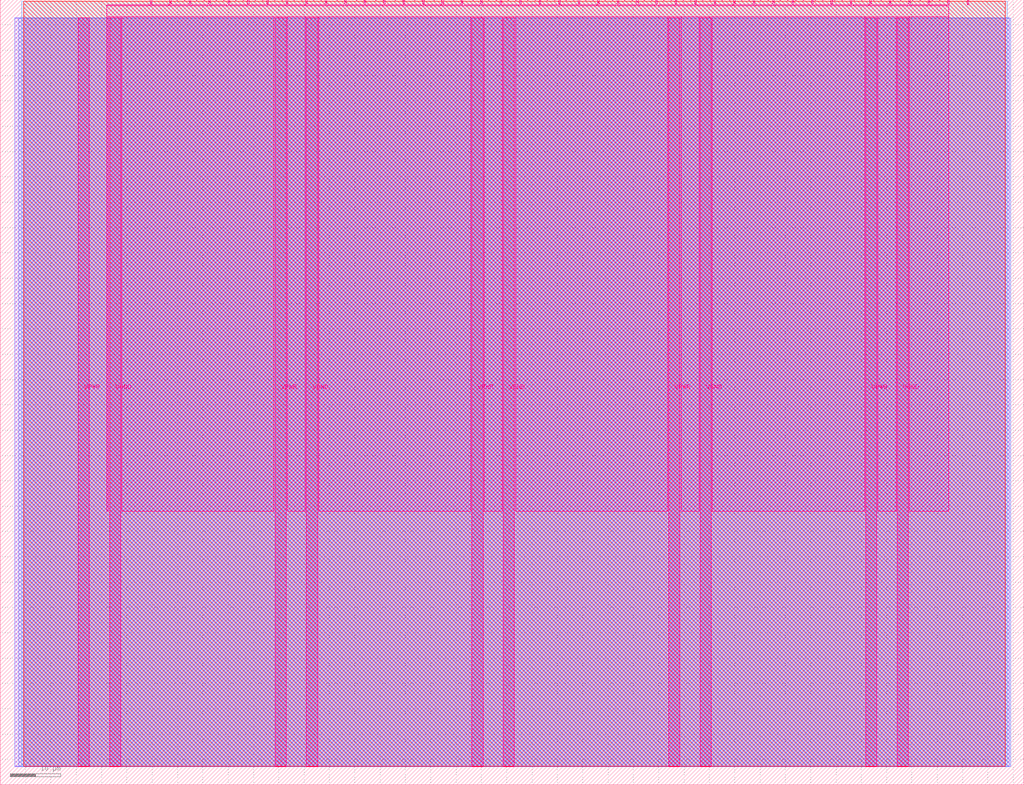
<source format=lef>
VERSION 5.7 ;
  NOWIREEXTENSIONATPIN ON ;
  DIVIDERCHAR "/" ;
  BUSBITCHARS "[]" ;
MACRO tt_um_quarren42_demoscene_top
  CLASS BLOCK ;
  FOREIGN tt_um_quarren42_demoscene_top ;
  ORIGIN 0.000 0.000 ;
  SIZE 202.080 BY 154.980 ;
  PIN VGND
    DIRECTION INOUT ;
    USE GROUND ;
    PORT
      LAYER Metal5 ;
        RECT 21.580 3.560 23.780 151.420 ;
    END
    PORT
      LAYER Metal5 ;
        RECT 60.450 3.560 62.650 151.420 ;
    END
    PORT
      LAYER Metal5 ;
        RECT 99.320 3.560 101.520 151.420 ;
    END
    PORT
      LAYER Metal5 ;
        RECT 138.190 3.560 140.390 151.420 ;
    END
    PORT
      LAYER Metal5 ;
        RECT 177.060 3.560 179.260 151.420 ;
    END
  END VGND
  PIN VPWR
    DIRECTION INOUT ;
    USE POWER ;
    PORT
      LAYER Metal5 ;
        RECT 15.380 3.560 17.580 151.420 ;
    END
    PORT
      LAYER Metal5 ;
        RECT 54.250 3.560 56.450 151.420 ;
    END
    PORT
      LAYER Metal5 ;
        RECT 93.120 3.560 95.320 151.420 ;
    END
    PORT
      LAYER Metal5 ;
        RECT 131.990 3.560 134.190 151.420 ;
    END
    PORT
      LAYER Metal5 ;
        RECT 170.860 3.560 173.060 151.420 ;
    END
  END VPWR
  PIN clk
    DIRECTION INPUT ;
    USE SIGNAL ;
    ANTENNAGATEAREA 0.213200 ;
    PORT
      LAYER Metal5 ;
        RECT 187.050 153.980 187.350 154.980 ;
    END
  END clk
  PIN ena
    DIRECTION INPUT ;
    USE SIGNAL ;
    PORT
      LAYER Metal5 ;
        RECT 190.890 153.980 191.190 154.980 ;
    END
  END ena
  PIN rst_n
    DIRECTION INPUT ;
    USE SIGNAL ;
    ANTENNAGATEAREA 0.213200 ;
    PORT
      LAYER Metal5 ;
        RECT 183.210 153.980 183.510 154.980 ;
    END
  END rst_n
  PIN ui_in[0]
    DIRECTION INPUT ;
    USE SIGNAL ;
    PORT
      LAYER Metal5 ;
        RECT 179.370 153.980 179.670 154.980 ;
    END
  END ui_in[0]
  PIN ui_in[1]
    DIRECTION INPUT ;
    USE SIGNAL ;
    PORT
      LAYER Metal5 ;
        RECT 175.530 153.980 175.830 154.980 ;
    END
  END ui_in[1]
  PIN ui_in[2]
    DIRECTION INPUT ;
    USE SIGNAL ;
    PORT
      LAYER Metal5 ;
        RECT 171.690 153.980 171.990 154.980 ;
    END
  END ui_in[2]
  PIN ui_in[3]
    DIRECTION INPUT ;
    USE SIGNAL ;
    PORT
      LAYER Metal5 ;
        RECT 167.850 153.980 168.150 154.980 ;
    END
  END ui_in[3]
  PIN ui_in[4]
    DIRECTION INPUT ;
    USE SIGNAL ;
    PORT
      LAYER Metal5 ;
        RECT 164.010 153.980 164.310 154.980 ;
    END
  END ui_in[4]
  PIN ui_in[5]
    DIRECTION INPUT ;
    USE SIGNAL ;
    PORT
      LAYER Metal5 ;
        RECT 160.170 153.980 160.470 154.980 ;
    END
  END ui_in[5]
  PIN ui_in[6]
    DIRECTION INPUT ;
    USE SIGNAL ;
    PORT
      LAYER Metal5 ;
        RECT 156.330 153.980 156.630 154.980 ;
    END
  END ui_in[6]
  PIN ui_in[7]
    DIRECTION INPUT ;
    USE SIGNAL ;
    PORT
      LAYER Metal5 ;
        RECT 152.490 153.980 152.790 154.980 ;
    END
  END ui_in[7]
  PIN uio_in[0]
    DIRECTION INPUT ;
    USE SIGNAL ;
    PORT
      LAYER Metal5 ;
        RECT 148.650 153.980 148.950 154.980 ;
    END
  END uio_in[0]
  PIN uio_in[1]
    DIRECTION INPUT ;
    USE SIGNAL ;
    PORT
      LAYER Metal5 ;
        RECT 144.810 153.980 145.110 154.980 ;
    END
  END uio_in[1]
  PIN uio_in[2]
    DIRECTION INPUT ;
    USE SIGNAL ;
    PORT
      LAYER Metal5 ;
        RECT 140.970 153.980 141.270 154.980 ;
    END
  END uio_in[2]
  PIN uio_in[3]
    DIRECTION INPUT ;
    USE SIGNAL ;
    PORT
      LAYER Metal5 ;
        RECT 137.130 153.980 137.430 154.980 ;
    END
  END uio_in[3]
  PIN uio_in[4]
    DIRECTION INPUT ;
    USE SIGNAL ;
    PORT
      LAYER Metal5 ;
        RECT 133.290 153.980 133.590 154.980 ;
    END
  END uio_in[4]
  PIN uio_in[5]
    DIRECTION INPUT ;
    USE SIGNAL ;
    PORT
      LAYER Metal5 ;
        RECT 129.450 153.980 129.750 154.980 ;
    END
  END uio_in[5]
  PIN uio_in[6]
    DIRECTION INPUT ;
    USE SIGNAL ;
    PORT
      LAYER Metal5 ;
        RECT 125.610 153.980 125.910 154.980 ;
    END
  END uio_in[6]
  PIN uio_in[7]
    DIRECTION INPUT ;
    USE SIGNAL ;
    PORT
      LAYER Metal5 ;
        RECT 121.770 153.980 122.070 154.980 ;
    END
  END uio_in[7]
  PIN uio_oe[0]
    DIRECTION OUTPUT ;
    USE SIGNAL ;
    ANTENNADIFFAREA 0.299200 ;
    PORT
      LAYER Metal5 ;
        RECT 56.490 153.980 56.790 154.980 ;
    END
  END uio_oe[0]
  PIN uio_oe[1]
    DIRECTION OUTPUT ;
    USE SIGNAL ;
    ANTENNADIFFAREA 0.299200 ;
    PORT
      LAYER Metal5 ;
        RECT 52.650 153.980 52.950 154.980 ;
    END
  END uio_oe[1]
  PIN uio_oe[2]
    DIRECTION OUTPUT ;
    USE SIGNAL ;
    ANTENNADIFFAREA 0.299200 ;
    PORT
      LAYER Metal5 ;
        RECT 48.810 153.980 49.110 154.980 ;
    END
  END uio_oe[2]
  PIN uio_oe[3]
    DIRECTION OUTPUT ;
    USE SIGNAL ;
    ANTENNADIFFAREA 0.299200 ;
    PORT
      LAYER Metal5 ;
        RECT 44.970 153.980 45.270 154.980 ;
    END
  END uio_oe[3]
  PIN uio_oe[4]
    DIRECTION OUTPUT ;
    USE SIGNAL ;
    ANTENNADIFFAREA 0.299200 ;
    PORT
      LAYER Metal5 ;
        RECT 41.130 153.980 41.430 154.980 ;
    END
  END uio_oe[4]
  PIN uio_oe[5]
    DIRECTION OUTPUT ;
    USE SIGNAL ;
    ANTENNADIFFAREA 0.299200 ;
    PORT
      LAYER Metal5 ;
        RECT 37.290 153.980 37.590 154.980 ;
    END
  END uio_oe[5]
  PIN uio_oe[6]
    DIRECTION OUTPUT ;
    USE SIGNAL ;
    ANTENNADIFFAREA 0.299200 ;
    PORT
      LAYER Metal5 ;
        RECT 33.450 153.980 33.750 154.980 ;
    END
  END uio_oe[6]
  PIN uio_oe[7]
    DIRECTION OUTPUT ;
    USE SIGNAL ;
    ANTENNADIFFAREA 0.299200 ;
    PORT
      LAYER Metal5 ;
        RECT 29.610 153.980 29.910 154.980 ;
    END
  END uio_oe[7]
  PIN uio_out[0]
    DIRECTION OUTPUT ;
    USE SIGNAL ;
    ANTENNADIFFAREA 0.299200 ;
    PORT
      LAYER Metal5 ;
        RECT 87.210 153.980 87.510 154.980 ;
    END
  END uio_out[0]
  PIN uio_out[1]
    DIRECTION OUTPUT ;
    USE SIGNAL ;
    ANTENNADIFFAREA 0.299200 ;
    PORT
      LAYER Metal5 ;
        RECT 83.370 153.980 83.670 154.980 ;
    END
  END uio_out[1]
  PIN uio_out[2]
    DIRECTION OUTPUT ;
    USE SIGNAL ;
    ANTENNADIFFAREA 0.299200 ;
    PORT
      LAYER Metal5 ;
        RECT 79.530 153.980 79.830 154.980 ;
    END
  END uio_out[2]
  PIN uio_out[3]
    DIRECTION OUTPUT ;
    USE SIGNAL ;
    ANTENNADIFFAREA 0.299200 ;
    PORT
      LAYER Metal5 ;
        RECT 75.690 153.980 75.990 154.980 ;
    END
  END uio_out[3]
  PIN uio_out[4]
    DIRECTION OUTPUT ;
    USE SIGNAL ;
    ANTENNADIFFAREA 0.299200 ;
    PORT
      LAYER Metal5 ;
        RECT 71.850 153.980 72.150 154.980 ;
    END
  END uio_out[4]
  PIN uio_out[5]
    DIRECTION OUTPUT ;
    USE SIGNAL ;
    ANTENNADIFFAREA 0.299200 ;
    PORT
      LAYER Metal5 ;
        RECT 68.010 153.980 68.310 154.980 ;
    END
  END uio_out[5]
  PIN uio_out[6]
    DIRECTION OUTPUT ;
    USE SIGNAL ;
    ANTENNADIFFAREA 0.299200 ;
    PORT
      LAYER Metal5 ;
        RECT 64.170 153.980 64.470 154.980 ;
    END
  END uio_out[6]
  PIN uio_out[7]
    DIRECTION OUTPUT ;
    USE SIGNAL ;
    ANTENNADIFFAREA 0.299200 ;
    PORT
      LAYER Metal5 ;
        RECT 60.330 153.980 60.630 154.980 ;
    END
  END uio_out[7]
  PIN uo_out[0]
    DIRECTION OUTPUT ;
    USE SIGNAL ;
    ANTENNADIFFAREA 0.654800 ;
    PORT
      LAYER Metal5 ;
        RECT 117.930 153.980 118.230 154.980 ;
    END
  END uo_out[0]
  PIN uo_out[1]
    DIRECTION OUTPUT ;
    USE SIGNAL ;
    ANTENNADIFFAREA 0.654800 ;
    PORT
      LAYER Metal5 ;
        RECT 114.090 153.980 114.390 154.980 ;
    END
  END uo_out[1]
  PIN uo_out[2]
    DIRECTION OUTPUT ;
    USE SIGNAL ;
    ANTENNADIFFAREA 0.654800 ;
    PORT
      LAYER Metal5 ;
        RECT 110.250 153.980 110.550 154.980 ;
    END
  END uo_out[2]
  PIN uo_out[3]
    DIRECTION OUTPUT ;
    USE SIGNAL ;
    ANTENNADIFFAREA 0.654800 ;
    PORT
      LAYER Metal5 ;
        RECT 106.410 153.980 106.710 154.980 ;
    END
  END uo_out[3]
  PIN uo_out[4]
    DIRECTION OUTPUT ;
    USE SIGNAL ;
    ANTENNADIFFAREA 0.654800 ;
    PORT
      LAYER Metal5 ;
        RECT 102.570 153.980 102.870 154.980 ;
    END
  END uo_out[4]
  PIN uo_out[5]
    DIRECTION OUTPUT ;
    USE SIGNAL ;
    ANTENNADIFFAREA 0.654800 ;
    PORT
      LAYER Metal5 ;
        RECT 98.730 153.980 99.030 154.980 ;
    END
  END uo_out[5]
  PIN uo_out[6]
    DIRECTION OUTPUT ;
    USE SIGNAL ;
    ANTENNADIFFAREA 0.654800 ;
    PORT
      LAYER Metal5 ;
        RECT 94.890 153.980 95.190 154.980 ;
    END
  END uo_out[6]
  PIN uo_out[7]
    DIRECTION OUTPUT ;
    USE SIGNAL ;
    ANTENNADIFFAREA 0.654800 ;
    PORT
      LAYER Metal5 ;
        RECT 91.050 153.980 91.350 154.980 ;
    END
  END uo_out[7]
  OBS
      LAYER GatPoly ;
        RECT 2.880 3.630 199.200 151.350 ;
      LAYER Metal1 ;
        RECT 2.880 3.560 199.200 151.420 ;
      LAYER Metal2 ;
        RECT 3.695 3.680 199.475 151.300 ;
      LAYER Metal3 ;
        RECT 4.220 3.635 198.820 154.705 ;
      LAYER Metal4 ;
        RECT 4.655 3.680 198.385 154.660 ;
      LAYER Metal5 ;
        RECT 21.020 153.770 29.400 153.980 ;
        RECT 30.120 153.770 33.240 153.980 ;
        RECT 33.960 153.770 37.080 153.980 ;
        RECT 37.800 153.770 40.920 153.980 ;
        RECT 41.640 153.770 44.760 153.980 ;
        RECT 45.480 153.770 48.600 153.980 ;
        RECT 49.320 153.770 52.440 153.980 ;
        RECT 53.160 153.770 56.280 153.980 ;
        RECT 57.000 153.770 60.120 153.980 ;
        RECT 60.840 153.770 63.960 153.980 ;
        RECT 64.680 153.770 67.800 153.980 ;
        RECT 68.520 153.770 71.640 153.980 ;
        RECT 72.360 153.770 75.480 153.980 ;
        RECT 76.200 153.770 79.320 153.980 ;
        RECT 80.040 153.770 83.160 153.980 ;
        RECT 83.880 153.770 87.000 153.980 ;
        RECT 87.720 153.770 90.840 153.980 ;
        RECT 91.560 153.770 94.680 153.980 ;
        RECT 95.400 153.770 98.520 153.980 ;
        RECT 99.240 153.770 102.360 153.980 ;
        RECT 103.080 153.770 106.200 153.980 ;
        RECT 106.920 153.770 110.040 153.980 ;
        RECT 110.760 153.770 113.880 153.980 ;
        RECT 114.600 153.770 117.720 153.980 ;
        RECT 118.440 153.770 121.560 153.980 ;
        RECT 122.280 153.770 125.400 153.980 ;
        RECT 126.120 153.770 129.240 153.980 ;
        RECT 129.960 153.770 133.080 153.980 ;
        RECT 133.800 153.770 136.920 153.980 ;
        RECT 137.640 153.770 140.760 153.980 ;
        RECT 141.480 153.770 144.600 153.980 ;
        RECT 145.320 153.770 148.440 153.980 ;
        RECT 149.160 153.770 152.280 153.980 ;
        RECT 153.000 153.770 156.120 153.980 ;
        RECT 156.840 153.770 159.960 153.980 ;
        RECT 160.680 153.770 163.800 153.980 ;
        RECT 164.520 153.770 167.640 153.980 ;
        RECT 168.360 153.770 171.480 153.980 ;
        RECT 172.200 153.770 175.320 153.980 ;
        RECT 176.040 153.770 179.160 153.980 ;
        RECT 179.880 153.770 183.000 153.980 ;
        RECT 183.720 153.770 186.840 153.980 ;
        RECT 21.020 151.630 187.300 153.770 ;
        RECT 21.020 54.035 21.370 151.630 ;
        RECT 23.990 54.035 54.040 151.630 ;
        RECT 56.660 54.035 60.240 151.630 ;
        RECT 62.860 54.035 92.910 151.630 ;
        RECT 95.530 54.035 99.110 151.630 ;
        RECT 101.730 54.035 131.780 151.630 ;
        RECT 134.400 54.035 137.980 151.630 ;
        RECT 140.600 54.035 170.650 151.630 ;
        RECT 173.270 54.035 176.850 151.630 ;
        RECT 179.470 54.035 187.300 151.630 ;
  END
END tt_um_quarren42_demoscene_top
END LIBRARY


</source>
